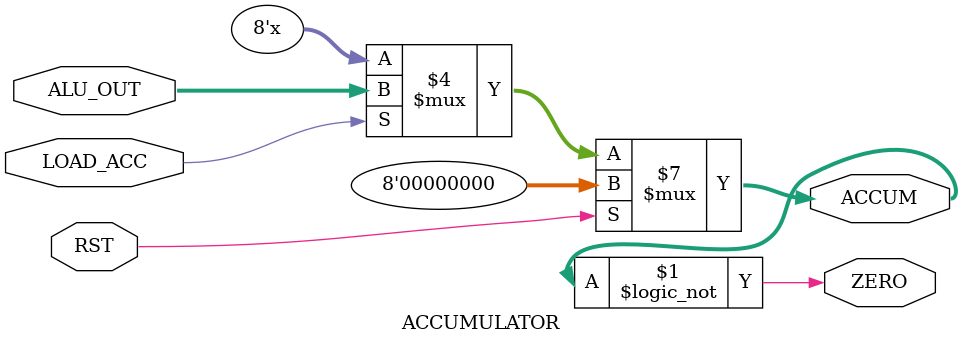
<source format=v>
module ACCUMULATOR(ALU_OUT,LOAD_ACC,RST,ACCUM,ZERO);
//累加寄存器
input[7:0] ALU_OUT;//来自外界的数据，由程序本身或者算术逻辑单元计算得到
input LOAD_ACC;
input RST;
output[7:0] ACCUM;
reg[7:0] ACCUM;

output ZERO;
assign ZERO=!ACCUM;

always@(*)begin
	if(RST)begin
		ACCUM<=8'b00000000;
	end
	
	else if(LOAD_ACC)begin
		ACCUM<=ALU_OUT;
	end
	
	else begin
		ACCUM<=ACCUM;
	end
end
endmodule

</source>
